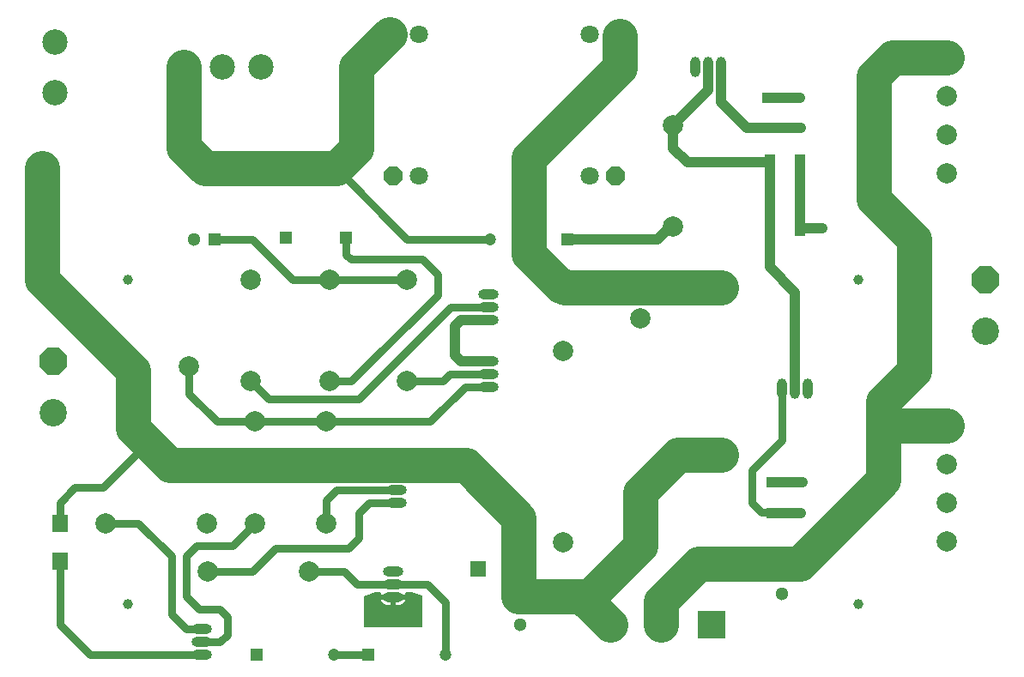
<source format=gtl>
G04*
G04 #@! TF.GenerationSoftware,Altium Limited,Altium Designer,20.0.11 (256)*
G04*
G04 Layer_Physical_Order=1*
G04 Layer_Color=255*
%FSLAX25Y25*%
%MOIN*%
G70*
G01*
G75*
%ADD19R,0.05906X0.06890*%
%ADD27C,0.08661*%
%ADD28R,0.08661X0.08661*%
%ADD29R,0.08661X0.08661*%
%ADD39C,0.04724*%
%ADD40R,0.04724X0.04724*%
%ADD44R,0.04724X0.04724*%
%ADD47R,0.03937X0.06299*%
%ADD48R,0.06299X0.03937*%
%ADD49C,0.13780*%
%ADD50C,0.03150*%
%ADD51C,0.03937*%
%ADD52O,0.03937X0.07874*%
%ADD53O,0.03937X0.07874*%
%ADD54O,0.07874X0.03937*%
%ADD55O,0.07874X0.03937*%
%ADD56C,0.07900*%
%ADD57R,0.06496X0.06496*%
%ADD58C,0.06496*%
%ADD59C,0.07874*%
%ADD60R,0.07874X0.07874*%
%ADD61C,0.09843*%
%ADD62P,0.11506X8X292.5*%
%ADD63C,0.10630*%
%ADD64R,0.11024X0.11024*%
%ADD65C,0.11024*%
%ADD66C,0.05118*%
%ADD67R,0.05118X0.05118*%
%ADD68P,0.07671X8X202.5*%
%ADD69C,0.07087*%
%ADD70R,0.05118X0.05118*%
%ADD71C,0.03937*%
%ADD72C,0.02362*%
G36*
X159525Y42566D02*
Y30512D01*
X136888D01*
Y42244D01*
X141022Y43898D01*
X143247D01*
X143486Y43398D01*
X143341Y43047D01*
X152876D01*
X152731Y43398D01*
X152970Y43898D01*
X155195D01*
X159525Y42566D01*
D02*
G37*
%LPC*%
G36*
X152876Y41047D02*
X149109D01*
Y39053D01*
X150077D01*
X150852Y39155D01*
X151574Y39454D01*
X152194Y39930D01*
X152670Y40550D01*
X152876Y41047D01*
D02*
G37*
G36*
X147109D02*
X143341D01*
X143547Y40550D01*
X144023Y39930D01*
X144643Y39454D01*
X145365Y39155D01*
X146140Y39053D01*
X147109D01*
Y41047D01*
D02*
G37*
%LPD*%
D19*
X18701Y56102D02*
D03*
Y70866D02*
D03*
D27*
X11811Y208661D02*
D03*
X275589Y97434D02*
D03*
D28*
X76756Y208661D02*
D03*
D29*
X275589Y162379D02*
D03*
D39*
X185776Y181102D02*
D03*
X168555Y19685D02*
D03*
X125000D02*
D03*
X106299Y211862D02*
D03*
X129921D02*
D03*
D40*
X215799Y181102D02*
D03*
X138531Y19685D02*
D03*
X94976D02*
D03*
D44*
X106299Y181839D02*
D03*
X129921D02*
D03*
D47*
X306102Y185324D02*
D03*
X294291D02*
D03*
X306102Y211010D02*
D03*
X294291D02*
D03*
D48*
X296260Y86614D02*
D03*
Y74803D02*
D03*
X294291Y236221D02*
D03*
Y224410D02*
D03*
D49*
X66929Y216733D02*
X75001Y208661D01*
X66929Y216733D02*
Y248031D01*
X75001Y208661D02*
X106299D01*
X125984D01*
X338583Y87598D02*
Y108816D01*
X306102Y55118D02*
X338583Y87598D01*
X266732Y55118D02*
X306102D01*
X52880Y102093D02*
X61574Y93398D01*
X244148Y62061D02*
Y82730D01*
X222933Y40846D02*
X244148Y62061D01*
X258851Y97434D02*
X275589D01*
X244148Y82730D02*
X258851Y97434D01*
X47244Y107728D02*
X52880Y102093D01*
X61574Y93398D02*
X176287D01*
X251969Y40354D02*
X266732Y55118D01*
X251969Y31496D02*
Y40354D01*
X125984Y208661D02*
X133858Y216535D01*
X200787Y175357D02*
X213089Y163056D01*
X200787Y175357D02*
Y212598D01*
X235975Y247786D01*
Y259939D01*
X214802Y162402D02*
X275566D01*
X214148Y163056D02*
X214802Y162402D01*
X275566D02*
X275589Y162379D01*
X196850Y42323D02*
X221457D01*
X196850D02*
Y72835D01*
X181102Y88583D02*
X196850Y72835D01*
X221457Y42323D02*
X232283Y31496D01*
X133858Y216535D02*
Y247926D01*
X146759Y260827D01*
X176287Y93398D02*
X181102Y88583D01*
X11811Y165354D02*
Y208661D01*
X47244Y107728D02*
Y129921D01*
X11811Y165354D02*
X47244Y129921D01*
X334646Y196850D02*
X350394Y181102D01*
X334646Y196850D02*
Y244313D01*
X342026Y251693D02*
X363189D01*
X334646Y244313D02*
X342026Y251693D01*
X338583Y118110D02*
X350394Y129921D01*
Y181102D01*
X338583Y108816D02*
Y118110D01*
Y108816D02*
X363248D01*
X213089Y163056D02*
X214148D01*
D50*
X134055Y47047D02*
X148109D01*
X161614D02*
X168555Y40106D01*
X148109Y47047D02*
X161614D01*
X168555Y19685D02*
Y40106D01*
X287402Y78740D02*
Y91535D01*
X299055Y103189D02*
Y123031D01*
X287402Y91535D02*
X299055Y103189D01*
X287402Y78740D02*
X291049Y75093D01*
X295970D02*
X296260Y74803D01*
X291049Y75093D02*
X295970D01*
X24606Y84646D02*
X35433D01*
X52880Y102093D01*
X18701Y78740D02*
X24606Y84646D01*
X18701Y70866D02*
Y78740D01*
X67913Y42323D02*
X72835Y37402D01*
X67913Y58071D02*
X71850Y62008D01*
X67913Y42323D02*
Y58071D01*
X49213Y70866D02*
X62008Y58071D01*
Y35433D02*
X67756Y29685D01*
X62008Y35433D02*
Y58071D01*
X67756Y29685D02*
X73819D01*
X72835Y37402D02*
X80709D01*
X71850Y62008D02*
X85630D01*
X94488Y70866D01*
X80709Y37402D02*
X83661Y34449D01*
Y27559D02*
Y34449D01*
X80787Y24685D02*
X83661Y27559D01*
X73819Y24685D02*
X80787D01*
X36417Y70866D02*
X49213D01*
X30361Y19836D02*
X73832D01*
X18701Y31496D02*
X30361Y19836D01*
X18701Y31496D02*
Y56102D01*
X134843Y119095D02*
X170354Y154606D01*
X99773Y119095D02*
X134843D01*
X125000Y19685D02*
X138531D01*
X130905Y61024D02*
X134843Y64961D01*
X93307Y51968D02*
X102362Y61024D01*
X130905D01*
X75984Y51968D02*
X93307D01*
X134843Y64961D02*
Y74803D01*
X138779Y78740D01*
X153543Y181102D02*
X185776D01*
X125984Y208661D02*
X153543Y181102D01*
X115354Y51968D02*
X129134D01*
X134055Y47047D01*
X138779Y78740D02*
X149606D01*
X122047Y70866D02*
Y79724D01*
X126063Y83740D01*
X149606D01*
X123581Y125984D02*
X131890D01*
X165354Y159449D01*
X159449Y173228D02*
X165354Y167323D01*
Y159449D02*
Y167323D01*
X131766Y173228D02*
X159449D01*
X129921Y175073D02*
Y181839D01*
Y175073D02*
X131766Y173228D01*
X170354Y154606D02*
X185039D01*
X92883Y125984D02*
X99773Y119095D01*
X153543Y125984D02*
X167323D01*
X170197Y128858D02*
X185039D01*
X167323Y125984D02*
X170197Y128858D01*
X176024Y123858D02*
X185039D01*
X162402Y110236D02*
X176024Y123858D01*
X122047Y110236D02*
X162402D01*
X94488D02*
X122047D01*
X68898Y121063D02*
X79724Y110236D01*
X94488D01*
X68898Y131890D02*
X68898Y131890D01*
X68898Y121063D02*
Y131890D01*
X78740Y181102D02*
X93504D01*
X109252Y165354D02*
X123581D01*
X93504Y181102D02*
X109252Y165354D01*
X123581Y165354D02*
X153543D01*
X123581Y165354D02*
X123581Y165354D01*
D51*
X174550Y149606D02*
X185039D01*
X172244Y136164D02*
Y147300D01*
X174550Y133858D02*
X183071D01*
X172244Y147300D02*
X174550Y149606D01*
X172244Y136164D02*
X174550Y133858D01*
X296260Y74803D02*
X306548D01*
X256890Y216535D02*
Y225394D01*
X262415Y211010D02*
X294291D01*
X256890Y216535D02*
X262415Y211010D01*
X256890Y225394D02*
X270591Y239094D01*
X138138Y19291D02*
X138531Y19685D01*
X125000D02*
X125151Y19534D01*
X294291Y236221D02*
X306102D01*
X297244Y224410D02*
X306452D01*
X294291D02*
X297244D01*
X285433D02*
X294291D01*
X306102Y185324D02*
X314676D01*
X306102D02*
Y211010D01*
X275591Y234252D02*
X285433Y224410D01*
X275591Y234252D02*
Y248031D01*
X270591Y239094D02*
Y248031D01*
X294291Y185324D02*
Y211010D01*
Y170276D02*
Y185324D01*
Y170276D02*
X304055Y160512D01*
Y123031D02*
Y160512D01*
X296260Y86614D02*
X307087D01*
X362874Y93504D02*
X363189Y93819D01*
X215799Y181102D02*
X250903D01*
X255824Y186024D01*
X256890D01*
X362969Y221457D02*
X363129Y221617D01*
X215799Y181102D02*
X216118Y181421D01*
D52*
X309055Y123031D02*
D03*
X265591Y248031D02*
D03*
D53*
X304055Y123031D02*
D03*
X299055D02*
D03*
X275591Y248031D02*
D03*
X270591D02*
D03*
D54*
X185039Y133858D02*
D03*
Y159606D02*
D03*
X73819Y19685D02*
D03*
X149606Y88740D02*
D03*
X148109Y42047D02*
D03*
D55*
X185039Y128858D02*
D03*
Y123858D02*
D03*
Y149606D02*
D03*
Y154606D02*
D03*
X73819Y24685D02*
D03*
Y29685D02*
D03*
X149606Y78740D02*
D03*
Y83740D02*
D03*
X148109Y47047D02*
D03*
Y52047D02*
D03*
D56*
X214148Y63450D02*
D03*
Y137859D02*
D03*
Y163056D02*
D03*
X244148Y150458D02*
D03*
Y63450D02*
D03*
D57*
X181102Y53150D02*
D03*
D58*
Y88583D02*
D03*
D59*
X363129Y221617D02*
D03*
Y236696D02*
D03*
X363189Y206693D02*
D03*
X363248Y63816D02*
D03*
X363189Y93819D02*
D03*
Y78740D02*
D03*
X256890Y186024D02*
D03*
Y225394D02*
D03*
X122047Y70866D02*
D03*
Y110236D02*
D03*
X75984Y51968D02*
D03*
X115354D02*
D03*
X36417Y70866D02*
D03*
X75787D02*
D03*
X92883Y125984D02*
D03*
Y165354D02*
D03*
X153543Y125984D02*
D03*
Y165354D02*
D03*
X94488Y70866D02*
D03*
Y110236D02*
D03*
X68898Y92520D02*
D03*
Y131890D02*
D03*
X123581Y125984D02*
D03*
Y165354D02*
D03*
D60*
X363189Y251693D02*
D03*
X363248Y108816D02*
D03*
D61*
X66929Y248031D02*
D03*
X16929Y257874D02*
D03*
Y238189D02*
D03*
X81890Y248031D02*
D03*
X96850D02*
D03*
D62*
X377953Y165354D02*
D03*
X16043Y133858D02*
D03*
D63*
X377953Y145354D02*
D03*
X16043Y113858D02*
D03*
D64*
X271654Y31496D02*
D03*
D65*
X251969D02*
D03*
X232283D02*
D03*
D66*
X197576Y31496D02*
D03*
X299213Y43307D02*
D03*
X70866Y181102D02*
D03*
D67*
X197576Y39370D02*
D03*
X299213Y51181D02*
D03*
D68*
X234409Y260827D02*
D03*
X147992D02*
D03*
X234409Y205709D02*
D03*
X147992D02*
D03*
D69*
X224410Y260827D02*
D03*
X157992D02*
D03*
X224410Y205709D02*
D03*
X157992D02*
D03*
D70*
X78740Y181102D02*
D03*
D71*
X328740Y165354D02*
D03*
X45276D02*
D03*
X328740Y39370D02*
D03*
X45276D02*
D03*
D72*
X306548Y74803D02*
D03*
X154553Y32975D02*
D03*
X148109Y32480D02*
D03*
X157262Y37303D02*
D03*
X141416Y32874D02*
D03*
X138955Y37205D02*
D03*
X306102Y236221D02*
D03*
X314676Y185324D02*
D03*
X306452Y224410D02*
D03*
X307087Y86614D02*
D03*
M02*

</source>
